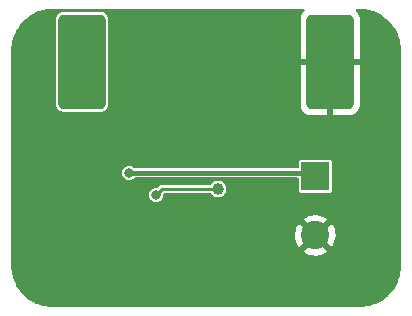
<source format=gbr>
%TF.GenerationSoftware,KiCad,Pcbnew,(6.0.9)*%
%TF.CreationDate,2022-11-21T20:55:40-06:00*%
%TF.ProjectId,solar-test,736f6c61-722d-4746-9573-742e6b696361,rev?*%
%TF.SameCoordinates,Original*%
%TF.FileFunction,Copper,L2,Bot*%
%TF.FilePolarity,Positive*%
%FSLAX46Y46*%
G04 Gerber Fmt 4.6, Leading zero omitted, Abs format (unit mm)*
G04 Created by KiCad (PCBNEW (6.0.9)) date 2022-11-21 20:55:40*
%MOMM*%
%LPD*%
G01*
G04 APERTURE LIST*
G04 Aperture macros list*
%AMRoundRect*
0 Rectangle with rounded corners*
0 $1 Rounding radius*
0 $2 $3 $4 $5 $6 $7 $8 $9 X,Y pos of 4 corners*
0 Add a 4 corners polygon primitive as box body*
4,1,4,$2,$3,$4,$5,$6,$7,$8,$9,$2,$3,0*
0 Add four circle primitives for the rounded corners*
1,1,$1+$1,$2,$3*
1,1,$1+$1,$4,$5*
1,1,$1+$1,$6,$7*
1,1,$1+$1,$8,$9*
0 Add four rect primitives between the rounded corners*
20,1,$1+$1,$2,$3,$4,$5,0*
20,1,$1+$1,$4,$5,$6,$7,0*
20,1,$1+$1,$6,$7,$8,$9,0*
20,1,$1+$1,$8,$9,$2,$3,0*%
G04 Aperture macros list end*
%TA.AperFunction,ComponentPad*%
%ADD10C,1.000000*%
%TD*%
%TA.AperFunction,ComponentPad*%
%ADD11RoundRect,0.400000X-1.600000X-3.600000X1.600000X-3.600000X1.600000X3.600000X-1.600000X3.600000X0*%
%TD*%
%TA.AperFunction,ComponentPad*%
%ADD12R,2.400000X2.400000*%
%TD*%
%TA.AperFunction,ComponentPad*%
%ADD13C,2.400000*%
%TD*%
%TA.AperFunction,ViaPad*%
%ADD14C,0.800000*%
%TD*%
%TA.AperFunction,Conductor*%
%ADD15C,0.381000*%
%TD*%
%TA.AperFunction,Conductor*%
%ADD16C,0.250000*%
%TD*%
G04 APERTURE END LIST*
D10*
%TO.P,TP1,1,1*%
%TO.N,Net-(TP1-Pad1)*%
X160000000Y-113450000D03*
%TD*%
D11*
%TO.P,SC1,1,+*%
%TO.N,SOLAR*%
X148500000Y-102700000D03*
%TO.P,SC1,2,-*%
%TO.N,GND*%
X169500000Y-102700000D03*
%TD*%
D12*
%TO.P,C1,1*%
%TO.N,CAP*%
X168250000Y-112384785D03*
D13*
%TO.P,C1,2*%
%TO.N,GND*%
X168250000Y-117384785D03*
%TD*%
D14*
%TO.N,GND*%
X154500000Y-116450000D03*
X148500000Y-109950000D03*
%TO.N,Net-(TP1-Pad1)*%
X154762299Y-113962299D03*
%TO.N,GND*%
X151637262Y-114337255D03*
X152387260Y-115087254D03*
%TO.N,CAP*%
X152474500Y-112087259D03*
%TD*%
D15*
%TO.N,CAP*%
X168250000Y-112384785D02*
X167952474Y-112087259D01*
X167952474Y-112087259D02*
X152474500Y-112087259D01*
D16*
%TO.N,Net-(TP1-Pad1)*%
X154762299Y-113962299D02*
X155274598Y-113450000D01*
X155274598Y-113450000D02*
X160000000Y-113450000D01*
%TD*%
%TA.AperFunction,Conductor*%
%TO.N,GND*%
G36*
X167279652Y-98221004D02*
G01*
X167326145Y-98274660D01*
X167336249Y-98344934D01*
X167306755Y-98409514D01*
X167290825Y-98424923D01*
X167259536Y-98450260D01*
X167250255Y-98459541D01*
X167138448Y-98597610D01*
X167131295Y-98608625D01*
X167050635Y-98766930D01*
X167045931Y-98779183D01*
X166999733Y-98951597D01*
X166997786Y-98962931D01*
X166992193Y-99033990D01*
X166992000Y-99038916D01*
X166992000Y-102427885D01*
X166996475Y-102443124D01*
X166997865Y-102444329D01*
X167005548Y-102446000D01*
X171989885Y-102446000D01*
X172005124Y-102441525D01*
X172006329Y-102440135D01*
X172008000Y-102432452D01*
X172008000Y-99038916D01*
X172007807Y-99033990D01*
X172002214Y-98962931D01*
X172000267Y-98951597D01*
X171954069Y-98779183D01*
X171949365Y-98766930D01*
X171868705Y-98608625D01*
X171861552Y-98597610D01*
X171749745Y-98459541D01*
X171740464Y-98450260D01*
X171709175Y-98424923D01*
X171668823Y-98366509D01*
X171666457Y-98295551D01*
X171702830Y-98234580D01*
X171766392Y-98202951D01*
X171788469Y-98201002D01*
X171996906Y-98201002D01*
X171999985Y-98201078D01*
X172000000Y-98201084D01*
X172000014Y-98201078D01*
X172003087Y-98201154D01*
X172083085Y-98205084D01*
X172304772Y-98215975D01*
X172305184Y-98215996D01*
X172338286Y-98217731D01*
X172350179Y-98218922D01*
X172571244Y-98251713D01*
X172572467Y-98251900D01*
X172689201Y-98270389D01*
X172700106Y-98272614D01*
X172900697Y-98322860D01*
X172902692Y-98323377D01*
X173032878Y-98358260D01*
X173042715Y-98361332D01*
X173230868Y-98428654D01*
X173233574Y-98429658D01*
X173365814Y-98480420D01*
X173374528Y-98484146D01*
X173551895Y-98568035D01*
X173555198Y-98569657D01*
X173560393Y-98572304D01*
X173684561Y-98635571D01*
X173692135Y-98639764D01*
X173858654Y-98739571D01*
X173862502Y-98741973D01*
X173985860Y-98822083D01*
X173992293Y-98826551D01*
X174147291Y-98941505D01*
X174151519Y-98944782D01*
X174159724Y-98951426D01*
X174266616Y-99037986D01*
X174271937Y-99042546D01*
X174414550Y-99171803D01*
X174419029Y-99176068D01*
X174523932Y-99280971D01*
X174528197Y-99285450D01*
X174657454Y-99428063D01*
X174662014Y-99433384D01*
X174755211Y-99548472D01*
X174758495Y-99552709D01*
X174873449Y-99707707D01*
X174877917Y-99714140D01*
X174958027Y-99837498D01*
X174960429Y-99841346D01*
X175060236Y-100007865D01*
X175064429Y-100015439D01*
X175130336Y-100144788D01*
X175131972Y-100148119D01*
X175215852Y-100325468D01*
X175219580Y-100334186D01*
X175270342Y-100466426D01*
X175271346Y-100469132D01*
X175338668Y-100657285D01*
X175341740Y-100667122D01*
X175376623Y-100797308D01*
X175377140Y-100799303D01*
X175427386Y-100999894D01*
X175429611Y-101010799D01*
X175448100Y-101127533D01*
X175448287Y-101128756D01*
X175481078Y-101349821D01*
X175482269Y-101361714D01*
X175484004Y-101394816D01*
X175484025Y-101395228D01*
X175498846Y-101696911D01*
X175498922Y-101699986D01*
X175498916Y-101700000D01*
X175498922Y-101700015D01*
X175498998Y-101703094D01*
X175498998Y-119946906D01*
X175498922Y-119949985D01*
X175498916Y-119950000D01*
X175498922Y-119950014D01*
X175498846Y-119953089D01*
X175484025Y-120254772D01*
X175484004Y-120255184D01*
X175482269Y-120288286D01*
X175481078Y-120300179D01*
X175448287Y-120521244D01*
X175448100Y-120522467D01*
X175429611Y-120639201D01*
X175427386Y-120650106D01*
X175377140Y-120850697D01*
X175376623Y-120852692D01*
X175341740Y-120982878D01*
X175338668Y-120992715D01*
X175271346Y-121180868D01*
X175270342Y-121183574D01*
X175219580Y-121315814D01*
X175215852Y-121324532D01*
X175131972Y-121501881D01*
X175130336Y-121505212D01*
X175064429Y-121634561D01*
X175060236Y-121642135D01*
X174960429Y-121808654D01*
X174958027Y-121812502D01*
X174877917Y-121935860D01*
X174873449Y-121942293D01*
X174758495Y-122097291D01*
X174755211Y-122101528D01*
X174662014Y-122216616D01*
X174657454Y-122221937D01*
X174528197Y-122364550D01*
X174523932Y-122369029D01*
X174419029Y-122473932D01*
X174414550Y-122478197D01*
X174271937Y-122607454D01*
X174266616Y-122612014D01*
X174151528Y-122705211D01*
X174147291Y-122708495D01*
X173992293Y-122823449D01*
X173985860Y-122827917D01*
X173862502Y-122908027D01*
X173858654Y-122910429D01*
X173692135Y-123010236D01*
X173684561Y-123014429D01*
X173618893Y-123047889D01*
X173555198Y-123080343D01*
X173551895Y-123081965D01*
X173374532Y-123165852D01*
X173365814Y-123169580D01*
X173233574Y-123220342D01*
X173230868Y-123221346D01*
X173042715Y-123288668D01*
X173032878Y-123291740D01*
X172902692Y-123326623D01*
X172900697Y-123327140D01*
X172700106Y-123377386D01*
X172689201Y-123379611D01*
X172572467Y-123398100D01*
X172571244Y-123398287D01*
X172350179Y-123431078D01*
X172338286Y-123432269D01*
X172305184Y-123434004D01*
X172304772Y-123434025D01*
X172083085Y-123444916D01*
X172003087Y-123448846D01*
X172000014Y-123448922D01*
X172000000Y-123448916D01*
X171999985Y-123448922D01*
X171996906Y-123448998D01*
X146003094Y-123448998D01*
X146000015Y-123448922D01*
X146000000Y-123448916D01*
X145999986Y-123448922D01*
X145996913Y-123448846D01*
X145916915Y-123444916D01*
X145695228Y-123434025D01*
X145694816Y-123434004D01*
X145661714Y-123432269D01*
X145649821Y-123431078D01*
X145428756Y-123398287D01*
X145427533Y-123398100D01*
X145310799Y-123379611D01*
X145299894Y-123377386D01*
X145099303Y-123327140D01*
X145097308Y-123326623D01*
X144967122Y-123291740D01*
X144957285Y-123288668D01*
X144769132Y-123221346D01*
X144766426Y-123220342D01*
X144634186Y-123169580D01*
X144625468Y-123165852D01*
X144448105Y-123081965D01*
X144444802Y-123080343D01*
X144381107Y-123047889D01*
X144315439Y-123014429D01*
X144307865Y-123010236D01*
X144141346Y-122910429D01*
X144137498Y-122908027D01*
X144014140Y-122827917D01*
X144007707Y-122823449D01*
X143852709Y-122708495D01*
X143848472Y-122705211D01*
X143733384Y-122612014D01*
X143728063Y-122607454D01*
X143585450Y-122478197D01*
X143580971Y-122473932D01*
X143476068Y-122369029D01*
X143471803Y-122364550D01*
X143342546Y-122221937D01*
X143337986Y-122216616D01*
X143244789Y-122101528D01*
X143241505Y-122097291D01*
X143126551Y-121942293D01*
X143122083Y-121935860D01*
X143041973Y-121812502D01*
X143039571Y-121808654D01*
X142939764Y-121642135D01*
X142935571Y-121634561D01*
X142869664Y-121505212D01*
X142868028Y-121501881D01*
X142784148Y-121324532D01*
X142780420Y-121315814D01*
X142729658Y-121183574D01*
X142728654Y-121180868D01*
X142661332Y-120992715D01*
X142658260Y-120982878D01*
X142623377Y-120852692D01*
X142622860Y-120850697D01*
X142572614Y-120650106D01*
X142570389Y-120639201D01*
X142551900Y-120522467D01*
X142551713Y-120521244D01*
X142518922Y-120300179D01*
X142517731Y-120288286D01*
X142515996Y-120255184D01*
X142515975Y-120254772D01*
X142501154Y-119953089D01*
X142501078Y-119950014D01*
X142501084Y-119950000D01*
X142501078Y-119949985D01*
X142501002Y-119946906D01*
X142501002Y-118758144D01*
X167241386Y-118758144D01*
X167250099Y-118769664D01*
X167338586Y-118834545D01*
X167346505Y-118839493D01*
X167562877Y-118953332D01*
X167571451Y-118957060D01*
X167802282Y-119037670D01*
X167811291Y-119040084D01*
X168051518Y-119085693D01*
X168060775Y-119086747D01*
X168305107Y-119096348D01*
X168314420Y-119096022D01*
X168557478Y-119069403D01*
X168566655Y-119067702D01*
X168803107Y-119005450D01*
X168811926Y-119002413D01*
X169036584Y-118905892D01*
X169044856Y-118901585D01*
X169252777Y-118772920D01*
X169254620Y-118771581D01*
X169262038Y-118760326D01*
X169255974Y-118749969D01*
X168262812Y-117756807D01*
X168248868Y-117749193D01*
X168247035Y-117749324D01*
X168240420Y-117753575D01*
X167248044Y-118745951D01*
X167241386Y-118758144D01*
X142501002Y-118758144D01*
X142501002Y-117344620D01*
X166538022Y-117344620D01*
X166549754Y-117588849D01*
X166550891Y-117598109D01*
X166598593Y-117837928D01*
X166601082Y-117846903D01*
X166683708Y-118077035D01*
X166687505Y-118085563D01*
X166803234Y-118300945D01*
X166808245Y-118308812D01*
X166865173Y-118385048D01*
X166876431Y-118393497D01*
X166888850Y-118386725D01*
X167877978Y-117397597D01*
X167884356Y-117385917D01*
X168614408Y-117385917D01*
X168614539Y-117387750D01*
X168618790Y-117394365D01*
X169613732Y-118389307D01*
X169626112Y-118396067D01*
X169634453Y-118389823D01*
X169752700Y-118205987D01*
X169757147Y-118197796D01*
X169857572Y-117974861D01*
X169860767Y-117966083D01*
X169927135Y-117730758D01*
X169928993Y-117721629D01*
X169960044Y-117477555D01*
X169960525Y-117471268D01*
X169962706Y-117387945D01*
X169962555Y-117381636D01*
X169944321Y-117136271D01*
X169942944Y-117127065D01*
X169888979Y-116888571D01*
X169886255Y-116879660D01*
X169797633Y-116651768D01*
X169793619Y-116643352D01*
X169672284Y-116431061D01*
X169667074Y-116423338D01*
X169635787Y-116383650D01*
X169623863Y-116375180D01*
X169612328Y-116381667D01*
X168622022Y-117371973D01*
X168614408Y-117385917D01*
X167884356Y-117385917D01*
X167885592Y-117383653D01*
X167885461Y-117381820D01*
X167881210Y-117375205D01*
X166886828Y-116380823D01*
X166873520Y-116373556D01*
X166863481Y-116380678D01*
X166858581Y-116386569D01*
X166853168Y-116394158D01*
X166726322Y-116603194D01*
X166722084Y-116611511D01*
X166627529Y-116836999D01*
X166624572Y-116845837D01*
X166564384Y-117082827D01*
X166562763Y-117092017D01*
X166538267Y-117335295D01*
X166538022Y-117344620D01*
X142501002Y-117344620D01*
X142501002Y-116009702D01*
X167239330Y-116009702D01*
X167243903Y-116019478D01*
X168237188Y-117012763D01*
X168251132Y-117020377D01*
X168252965Y-117020246D01*
X168259580Y-117015995D01*
X169252488Y-116023087D01*
X169258872Y-116011397D01*
X169249460Y-115999287D01*
X169123144Y-115911658D01*
X169115116Y-115906930D01*
X168895810Y-115798780D01*
X168887177Y-115795292D01*
X168654288Y-115720743D01*
X168645238Y-115718570D01*
X168403891Y-115679265D01*
X168394602Y-115678453D01*
X168150114Y-115675252D01*
X168140803Y-115675822D01*
X167898522Y-115708795D01*
X167889403Y-115710733D01*
X167654668Y-115779152D01*
X167645915Y-115782424D01*
X167423869Y-115884789D01*
X167415714Y-115889309D01*
X167248468Y-115998960D01*
X167239330Y-116009702D01*
X142501002Y-116009702D01*
X142501002Y-113962299D01*
X154156617Y-113962299D01*
X154177255Y-114119061D01*
X154237763Y-114265140D01*
X154334017Y-114390581D01*
X154459458Y-114486835D01*
X154605537Y-114547343D01*
X154762299Y-114567981D01*
X154770487Y-114566903D01*
X154910873Y-114548421D01*
X154919061Y-114547343D01*
X155065140Y-114486835D01*
X155190581Y-114390581D01*
X155286835Y-114265140D01*
X155347343Y-114119061D01*
X155367981Y-113962299D01*
X155362142Y-113917946D01*
X155373082Y-113847797D01*
X155420210Y-113794699D01*
X155487064Y-113775500D01*
X159307586Y-113775500D01*
X159375707Y-113795502D01*
X159412167Y-113831223D01*
X159465830Y-113911083D01*
X159471448Y-113916195D01*
X159585612Y-114020077D01*
X159585616Y-114020080D01*
X159591233Y-114025191D01*
X159597906Y-114028814D01*
X159597910Y-114028817D01*
X159733558Y-114102467D01*
X159733560Y-114102468D01*
X159740235Y-114106092D01*
X159747584Y-114108020D01*
X159896883Y-114147188D01*
X159896885Y-114147188D01*
X159904233Y-114149116D01*
X159990609Y-114150473D01*
X160066161Y-114151660D01*
X160066164Y-114151660D01*
X160073760Y-114151779D01*
X160081165Y-114150083D01*
X160081166Y-114150083D01*
X160183306Y-114126690D01*
X160239029Y-114113928D01*
X160390498Y-114037747D01*
X160519423Y-113927634D01*
X160618361Y-113789947D01*
X160646872Y-113719024D01*
X160678766Y-113639687D01*
X160678767Y-113639685D01*
X160681601Y-113632634D01*
X160705490Y-113464778D01*
X160705645Y-113450000D01*
X160704773Y-113442790D01*
X160694344Y-113356617D01*
X160685276Y-113281680D01*
X160625345Y-113123077D01*
X160529312Y-112983349D01*
X160517514Y-112972837D01*
X160408392Y-112875612D01*
X160408388Y-112875610D01*
X160402721Y-112870560D01*
X160252881Y-112791224D01*
X160088441Y-112749919D01*
X160080843Y-112749879D01*
X160080841Y-112749879D01*
X160003668Y-112749475D01*
X159918895Y-112749031D01*
X159911508Y-112750805D01*
X159911504Y-112750805D01*
X159768162Y-112785220D01*
X159754032Y-112788612D01*
X159747288Y-112792093D01*
X159747285Y-112792094D01*
X159742089Y-112794776D01*
X159603369Y-112866375D01*
X159475604Y-112977831D01*
X159471237Y-112984045D01*
X159410158Y-113070951D01*
X159354623Y-113115182D01*
X159307071Y-113124500D01*
X155294311Y-113124500D01*
X155283330Y-113124021D01*
X155256768Y-113121697D01*
X155256766Y-113121697D01*
X155245791Y-113120737D01*
X155209381Y-113130492D01*
X155198674Y-113132866D01*
X155161553Y-113139412D01*
X155152009Y-113144922D01*
X155148733Y-113146114D01*
X155145562Y-113147593D01*
X155134914Y-113150446D01*
X155125885Y-113156768D01*
X155104047Y-113172059D01*
X155094777Y-113177964D01*
X155071690Y-113191293D01*
X155071686Y-113191296D01*
X155062143Y-113196806D01*
X155055058Y-113205250D01*
X155037918Y-113225676D01*
X155030492Y-113233779D01*
X154934681Y-113329590D01*
X154872369Y-113363616D01*
X154829141Y-113365417D01*
X154762299Y-113356617D01*
X154605537Y-113377255D01*
X154459458Y-113437763D01*
X154334017Y-113534017D01*
X154237763Y-113659458D01*
X154177255Y-113805537D01*
X154156617Y-113962299D01*
X142501002Y-113962299D01*
X142501002Y-112087259D01*
X151868818Y-112087259D01*
X151889456Y-112244021D01*
X151949964Y-112390100D01*
X152046218Y-112515541D01*
X152171659Y-112611795D01*
X152317738Y-112672303D01*
X152474500Y-112692941D01*
X152482688Y-112691863D01*
X152623074Y-112673381D01*
X152631262Y-112672303D01*
X152777341Y-112611795D01*
X152902782Y-112515541D01*
X152904106Y-112513815D01*
X152963948Y-112481138D01*
X152990731Y-112478259D01*
X166723500Y-112478259D01*
X166791621Y-112498261D01*
X166838114Y-112551917D01*
X166849500Y-112604259D01*
X166849500Y-113604533D01*
X166850707Y-113610601D01*
X166856493Y-113639687D01*
X166861133Y-113663016D01*
X166905448Y-113729337D01*
X166971769Y-113773652D01*
X166983938Y-113776073D01*
X166983939Y-113776073D01*
X167018262Y-113782900D01*
X167030252Y-113785285D01*
X169469748Y-113785285D01*
X169481738Y-113782900D01*
X169516061Y-113776073D01*
X169516062Y-113776073D01*
X169528231Y-113773652D01*
X169594552Y-113729337D01*
X169638867Y-113663016D01*
X169643508Y-113639687D01*
X169649293Y-113610601D01*
X169650500Y-113604533D01*
X169650500Y-111165037D01*
X169638867Y-111106554D01*
X169594552Y-111040233D01*
X169528231Y-110995918D01*
X169516062Y-110993497D01*
X169516061Y-110993497D01*
X169475816Y-110985492D01*
X169469748Y-110984285D01*
X167030252Y-110984285D01*
X167024184Y-110985492D01*
X166983939Y-110993497D01*
X166983938Y-110993497D01*
X166971769Y-110995918D01*
X166905448Y-111040233D01*
X166861133Y-111106554D01*
X166849500Y-111165037D01*
X166849500Y-111570259D01*
X166829498Y-111638380D01*
X166775842Y-111684873D01*
X166723500Y-111696259D01*
X152990731Y-111696259D01*
X152922610Y-111676257D01*
X152905397Y-111662385D01*
X152902782Y-111658977D01*
X152777341Y-111562723D01*
X152631262Y-111502215D01*
X152474500Y-111481577D01*
X152317738Y-111502215D01*
X152171659Y-111562723D01*
X152046218Y-111658977D01*
X151949964Y-111784418D01*
X151889456Y-111930497D01*
X151868818Y-112087259D01*
X142501002Y-112087259D01*
X142501002Y-101703094D01*
X142501078Y-101700015D01*
X142501084Y-101700000D01*
X142501078Y-101699986D01*
X142501154Y-101696911D01*
X142515975Y-101395228D01*
X142515996Y-101394816D01*
X142517731Y-101361714D01*
X142518922Y-101349821D01*
X142551713Y-101128756D01*
X142551900Y-101127533D01*
X142570389Y-101010799D01*
X142572614Y-100999894D01*
X142622860Y-100799303D01*
X142623377Y-100797308D01*
X142658260Y-100667122D01*
X142661332Y-100657285D01*
X142728654Y-100469132D01*
X142729658Y-100466426D01*
X142780420Y-100334186D01*
X142784148Y-100325468D01*
X142868028Y-100148119D01*
X142869664Y-100144788D01*
X142935571Y-100015439D01*
X142939764Y-100007865D01*
X143039571Y-99841346D01*
X143041973Y-99837498D01*
X143122083Y-99714140D01*
X143126551Y-99707707D01*
X143241505Y-99552709D01*
X143244789Y-99548472D01*
X143337986Y-99433384D01*
X143342546Y-99428063D01*
X143471803Y-99285450D01*
X143476068Y-99280971D01*
X143580971Y-99176068D01*
X143585450Y-99171803D01*
X143708100Y-99060639D01*
X146299500Y-99060639D01*
X146299501Y-106339360D01*
X146300039Y-106343444D01*
X146300039Y-106343450D01*
X146313878Y-106448574D01*
X146314956Y-106456762D01*
X146375464Y-106602841D01*
X146471718Y-106728282D01*
X146597159Y-106824536D01*
X146743238Y-106885044D01*
X146751426Y-106886122D01*
X146856545Y-106899961D01*
X146860639Y-106900500D01*
X148499801Y-106900500D01*
X150139360Y-106900499D01*
X150143444Y-106899961D01*
X150143450Y-106899961D01*
X150248575Y-106886122D01*
X150248577Y-106886122D01*
X150256762Y-106885044D01*
X150402841Y-106824536D01*
X150528282Y-106728282D01*
X150624536Y-106602841D01*
X150685044Y-106456762D01*
X150686122Y-106448574D01*
X150697640Y-106361085D01*
X166992000Y-106361085D01*
X166992193Y-106366010D01*
X166997786Y-106437069D01*
X166999733Y-106448403D01*
X167045931Y-106620817D01*
X167050635Y-106633070D01*
X167131295Y-106791375D01*
X167138448Y-106802390D01*
X167250255Y-106940459D01*
X167259541Y-106949745D01*
X167397610Y-107061552D01*
X167408625Y-107068705D01*
X167566930Y-107149365D01*
X167579183Y-107154069D01*
X167751597Y-107200267D01*
X167762931Y-107202214D01*
X167833990Y-107207807D01*
X167838915Y-107208000D01*
X169227885Y-107208000D01*
X169243124Y-107203525D01*
X169244329Y-107202135D01*
X169246000Y-107194452D01*
X169246000Y-107189885D01*
X169754000Y-107189885D01*
X169758475Y-107205124D01*
X169759865Y-107206329D01*
X169767548Y-107208000D01*
X171161085Y-107208000D01*
X171166010Y-107207807D01*
X171237069Y-107202214D01*
X171248403Y-107200267D01*
X171420817Y-107154069D01*
X171433070Y-107149365D01*
X171591375Y-107068705D01*
X171602390Y-107061552D01*
X171740459Y-106949745D01*
X171749745Y-106940459D01*
X171861552Y-106802390D01*
X171868705Y-106791375D01*
X171949365Y-106633070D01*
X171954069Y-106620817D01*
X172000267Y-106448403D01*
X172002214Y-106437069D01*
X172007807Y-106366010D01*
X172008000Y-106361085D01*
X172008000Y-102972115D01*
X172003525Y-102956876D01*
X172002135Y-102955671D01*
X171994452Y-102954000D01*
X169772115Y-102954000D01*
X169756876Y-102958475D01*
X169755671Y-102959865D01*
X169754000Y-102967548D01*
X169754000Y-107189885D01*
X169246000Y-107189885D01*
X169246000Y-102972115D01*
X169241525Y-102956876D01*
X169240135Y-102955671D01*
X169232452Y-102954000D01*
X167010115Y-102954000D01*
X166994876Y-102958475D01*
X166993671Y-102959865D01*
X166992000Y-102967548D01*
X166992000Y-106361085D01*
X150697640Y-106361085D01*
X150699962Y-106343448D01*
X150699962Y-106343447D01*
X150700500Y-106339361D01*
X150700499Y-99060640D01*
X150697640Y-99038916D01*
X150686122Y-98951425D01*
X150686122Y-98951423D01*
X150685044Y-98943238D01*
X150624536Y-98797159D01*
X150528282Y-98671718D01*
X150402841Y-98575464D01*
X150256762Y-98514956D01*
X150248574Y-98513878D01*
X150143448Y-98500038D01*
X150143447Y-98500038D01*
X150139361Y-98499500D01*
X148500199Y-98499500D01*
X146860640Y-98499501D01*
X146856556Y-98500039D01*
X146856550Y-98500039D01*
X146751425Y-98513878D01*
X146751423Y-98513878D01*
X146743238Y-98514956D01*
X146597159Y-98575464D01*
X146471718Y-98671718D01*
X146375464Y-98797159D01*
X146314956Y-98943238D01*
X146313878Y-98951425D01*
X146313878Y-98951426D01*
X146313856Y-98951597D01*
X146299500Y-99060639D01*
X143708100Y-99060639D01*
X143728063Y-99042546D01*
X143733384Y-99037986D01*
X143840276Y-98951426D01*
X143848481Y-98944782D01*
X143852709Y-98941505D01*
X144007707Y-98826551D01*
X144014140Y-98822083D01*
X144137498Y-98741973D01*
X144141346Y-98739571D01*
X144307865Y-98639764D01*
X144315439Y-98635571D01*
X144439607Y-98572304D01*
X144444802Y-98569657D01*
X144448105Y-98568035D01*
X144625472Y-98484146D01*
X144634186Y-98480420D01*
X144766426Y-98429658D01*
X144769132Y-98428654D01*
X144957285Y-98361332D01*
X144967122Y-98358260D01*
X145097308Y-98323377D01*
X145099303Y-98322860D01*
X145299894Y-98272614D01*
X145310799Y-98270389D01*
X145427533Y-98251900D01*
X145428756Y-98251713D01*
X145649821Y-98218922D01*
X145661714Y-98217731D01*
X145694816Y-98215996D01*
X145695228Y-98215975D01*
X145916915Y-98205084D01*
X145996913Y-98201154D01*
X145999986Y-98201078D01*
X146000000Y-98201084D01*
X146000015Y-98201078D01*
X146003094Y-98201002D01*
X167211531Y-98201002D01*
X167279652Y-98221004D01*
G37*
%TD.AperFunction*%
%TD*%
M02*

</source>
